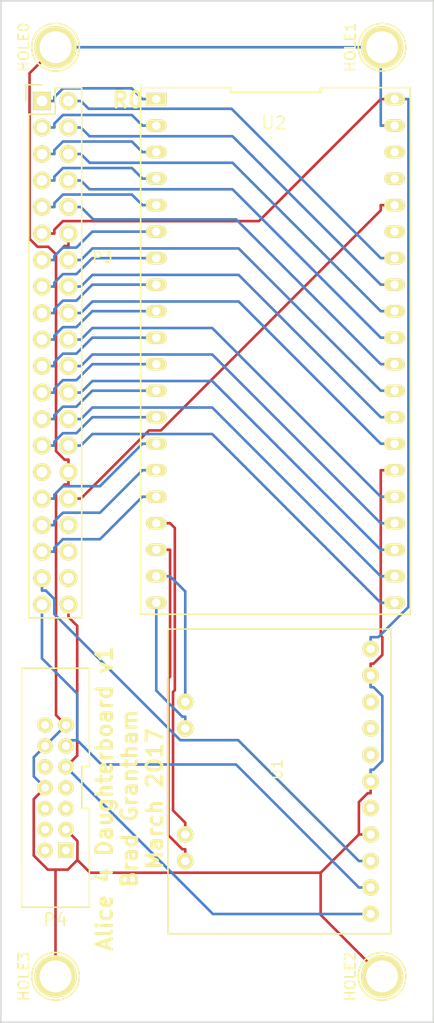
<source format=kicad_pcb>
(kicad_pcb (version 4) (host pcbnew 4.0.1-stable)

  (general
    (links 55)
    (no_connects 0)
    (area 131.674999 48.724999 173.325001 146.750001)
    (thickness 1.6)
    (drawings 6)
    (tracks 282)
    (zones 0)
    (modules 8)
    (nets 59)
  )

  (page A4)
  (layers
    (0 F.Cu signal)
    (31 B.Cu signal)
    (32 B.Adhes user)
    (33 F.Adhes user)
    (34 B.Paste user)
    (35 F.Paste user)
    (36 B.SilkS user)
    (37 F.SilkS user)
    (38 B.Mask user)
    (39 F.Mask user)
    (40 Dwgs.User user)
    (41 Cmts.User user)
    (42 Eco1.User user)
    (43 Eco2.User user)
    (44 Edge.Cuts user)
    (45 Margin user)
    (46 B.CrtYd user)
    (47 F.CrtYd user)
    (48 B.Fab user)
    (49 F.Fab user)
  )

  (setup
    (last_trace_width 0.25)
    (trace_clearance 0.2)
    (zone_clearance 0.508)
    (zone_45_only no)
    (trace_min 0.2)
    (segment_width 0.2)
    (edge_width 0.15)
    (via_size 0.6)
    (via_drill 0.4)
    (via_min_size 0.4)
    (via_min_drill 0.3)
    (uvia_size 0.3)
    (uvia_drill 0.1)
    (uvias_allowed no)
    (uvia_min_size 0.2)
    (uvia_min_drill 0.1)
    (pcb_text_width 0.3)
    (pcb_text_size 1.5 1.5)
    (mod_edge_width 0.15)
    (mod_text_size 1 1)
    (mod_text_width 0.15)
    (pad_size 4.064 4.064)
    (pad_drill 3.048)
    (pad_to_mask_clearance 0.2)
    (aux_axis_origin 0 0)
    (visible_elements FFFFFF7F)
    (pcbplotparams
      (layerselection 0x010f0_80000001)
      (usegerberextensions true)
      (excludeedgelayer true)
      (linewidth 0.100000)
      (plotframeref false)
      (viasonmask false)
      (mode 1)
      (useauxorigin false)
      (hpglpennumber 1)
      (hpglpenspeed 20)
      (hpglpendiameter 15)
      (hpglpenoverlay 2)
      (psnegative false)
      (psa4output false)
      (plotreference true)
      (plotvalue false)
      (plotinvisibletext false)
      (padsonsilk false)
      (subtractmaskfromsilk false)
      (outputformat 1)
      (mirror false)
      (drillshape 0)
      (scaleselection 1)
      (outputdirectory gerb/))
  )

  (net 0 "")
  (net 1 R0)
  (net 2 R1)
  (net 3 R2)
  (net 4 R3)
  (net 5 R4)
  (net 6 R5)
  (net 7 R6)
  (net 8 R7)
  (net 9 B0)
  (net 10 B1)
  (net 11 B2)
  (net 12 B3)
  (net 13 B4)
  (net 14 B5)
  (net 15 B6)
  (net 16 B7)
  (net 17 X+)
  (net 18 Y-)
  (net 19 X-)
  (net 20 Y+)
  (net 21 DISPLAY_ENABLE)
  (net 22 VSYNC)
  (net 23 HSYNC)
  (net 24 DISPLAY_ON)
  (net 25 LCD_CLK)
  (net 26 GND)
  (net 27 G7)
  (net 28 G6)
  (net 29 G5)
  (net 30 G4)
  (net 31 G3)
  (net 32 G2)
  (net 33 G1)
  (net 34 G0)
  (net 35 +5V)
  (net 36 "Net-(P3-Pad29)")
  (net 37 "Net-(P3-Pad34)")
  (net 38 "Net-(P3-Pad36)")
  (net 39 INT)
  (net 40 "Net-(P3-Pad38)")
  (net 41 SCL)
  (net 42 SDA)
  (net 43 "Net-(U1-Pad9)")
  (net 44 "Net-(U1-Pad12)")
  (net 45 "Net-(U1-Pad13)")
  (net 46 "Net-(U1-Pad11)")
  (net 47 "Net-(P4-Pad14)")
  (net 48 "Net-(P4-Pad1)")
  (net 49 "Net-(P4-Pad2)")
  (net 50 "Net-(P4-Pad4)")
  (net 51 "Net-(P4-Pad10)")
  (net 52 "Net-(P4-Pad5)")
  (net 53 "Net-(P4-Pad6)")
  (net 54 "Net-(P4-Pad7)")
  (net 55 BACKLIGHT_PWM)
  (net 56 "Net-(U2-Pad38)")
  (net 57 "Net-(U2-Pad37)")
  (net 58 "Net-(U2-Pad35)")

  (net_class Default "This is the default net class."
    (clearance 0.2)
    (trace_width 0.25)
    (via_dia 0.6)
    (via_drill 0.4)
    (uvia_dia 0.3)
    (uvia_drill 0.1)
    (add_net +5V)
    (add_net B0)
    (add_net B1)
    (add_net B2)
    (add_net B3)
    (add_net B4)
    (add_net B5)
    (add_net B6)
    (add_net B7)
    (add_net BACKLIGHT_PWM)
    (add_net DISPLAY_ENABLE)
    (add_net DISPLAY_ON)
    (add_net G0)
    (add_net G1)
    (add_net G2)
    (add_net G3)
    (add_net G4)
    (add_net G5)
    (add_net G6)
    (add_net G7)
    (add_net GND)
    (add_net HSYNC)
    (add_net INT)
    (add_net LCD_CLK)
    (add_net "Net-(P3-Pad29)")
    (add_net "Net-(P3-Pad34)")
    (add_net "Net-(P3-Pad36)")
    (add_net "Net-(P3-Pad38)")
    (add_net "Net-(P4-Pad1)")
    (add_net "Net-(P4-Pad10)")
    (add_net "Net-(P4-Pad14)")
    (add_net "Net-(P4-Pad2)")
    (add_net "Net-(P4-Pad4)")
    (add_net "Net-(P4-Pad5)")
    (add_net "Net-(P4-Pad6)")
    (add_net "Net-(P4-Pad7)")
    (add_net "Net-(U1-Pad11)")
    (add_net "Net-(U1-Pad12)")
    (add_net "Net-(U1-Pad13)")
    (add_net "Net-(U1-Pad9)")
    (add_net "Net-(U2-Pad35)")
    (add_net "Net-(U2-Pad37)")
    (add_net "Net-(U2-Pad38)")
    (add_net R0)
    (add_net R1)
    (add_net R2)
    (add_net R3)
    (add_net R4)
    (add_net R5)
    (add_net R6)
    (add_net R7)
    (add_net SCL)
    (add_net SDA)
    (add_net VSYNC)
    (add_net X+)
    (add_net X-)
    (add_net Y+)
    (add_net Y-)
  )

  (module Connect:1pin (layer F.Cu) (tedit 0) (tstamp 58BE244B)
    (at 168.325 142.275 90)
    (descr "module 1 pin (ou trou mecanique de percage)")
    (tags DEV)
    (fp_text reference HOLE2 (at 0 -3.048 90) (layer F.SilkS)
      (effects (font (size 1 1) (thickness 0.15)))
    )
    (fp_text value 1pin (at 0 2.794 90) (layer F.Fab)
      (effects (font (size 1 1) (thickness 0.15)))
    )
    (fp_circle (center 0 0) (end 0 -2.286) (layer F.SilkS) (width 0.15))
    (pad 1 thru_hole circle (at 0 0 90) (size 4.064 4.064) (drill 3.048) (layers *.Cu *.Mask F.SilkS)
      (net 26 GND))
  )

  (module Connect:1pin (layer F.Cu) (tedit 0) (tstamp 58BE2446)
    (at 137 142.275 90)
    (descr "module 1 pin (ou trou mecanique de percage)")
    (tags DEV)
    (fp_text reference HOLE3 (at 0 -3.048 90) (layer F.SilkS)
      (effects (font (size 1 1) (thickness 0.15)))
    )
    (fp_text value 1pin (at 0 2.794 90) (layer F.Fab)
      (effects (font (size 1 1) (thickness 0.15)))
    )
    (fp_circle (center 0 0) (end 0 -2.286) (layer F.SilkS) (width 0.15))
    (pad 1 thru_hole circle (at 0 0 90) (size 4.064 4.064) (drill 3.048) (layers *.Cu *.Mask F.SilkS)
      (net 26 GND))
  )

  (module Connect:1pin (layer F.Cu) (tedit 0) (tstamp 58BE242D)
    (at 168.325 53.25 90)
    (descr "module 1 pin (ou trou mecanique de percage)")
    (tags DEV)
    (fp_text reference HOLE1 (at 0 -3.048 90) (layer F.SilkS)
      (effects (font (size 1 1) (thickness 0.15)))
    )
    (fp_text value 1pin (at 0 2.794 90) (layer F.Fab)
      (effects (font (size 1 1) (thickness 0.15)))
    )
    (fp_circle (center 0 0) (end 0 -2.286) (layer F.SilkS) (width 0.15))
    (pad 1 thru_hole circle (at 0 0 90) (size 4.064 4.064) (drill 3.048) (layers *.Cu *.Mask F.SilkS)
      (net 26 GND))
  )

  (module DIP40:DIP-40_1_ELL (layer F.Cu) (tedit 58BC5D18) (tstamp 58BC5D12)
    (at 158.095 82.35 270)
    (path /58BC5CD8)
    (fp_text reference U2 (at -21.85 0.145 360) (layer F.SilkS)
      (effects (font (size 1.2 1.2) (thickness 0.15)))
    )
    (fp_text value LCDBREAKOUT (at 0 0 270) (layer F.Fab)
      (effects (font (size 1.2 1.2) (thickness 0.15)))
    )
    (fp_line (start -25.23 12.929999) (end 25.23 12.93) (layer F.SilkS) (width 0.15))
    (fp_line (start 25.23 12.93) (end 25.23 -12.929999) (layer F.SilkS) (width 0.15))
    (fp_line (start 25.23 -12.929999) (end -25.23 -12.93) (layer F.SilkS) (width 0.15))
    (fp_line (start -25.23 -12.93) (end -25.23 -4.31) (layer F.SilkS) (width 0.15))
    (fp_line (start -25.23 -4.31) (end -24.78 -4.31) (layer F.SilkS) (width 0.15))
    (fp_line (start -24.78 -4.31) (end -24.78 4.309999) (layer F.SilkS) (width 0.15))
    (fp_line (start -24.78 4.309999) (end -25.23 4.309999) (layer F.SilkS) (width 0.15))
    (fp_line (start -25.23 4.309999) (end -25.23 12.929999) (layer F.SilkS) (width 0.15))
    (pad 40 thru_hole oval (at -24.13 -11.43 270) (size 1.2 2) (drill 0.8) (layers *.Cu *.Mask F.SilkS)
      (net 35 +5V))
    (pad 1 thru_hole rect (at -24.13 11.43 270) (size 1.2 2) (drill 0.8) (layers *.Cu *.Mask F.SilkS)
      (net 1 R0))
    (pad 39 thru_hole oval (at -21.59 -11.43 270) (size 1.2 2) (drill 0.8) (layers *.Cu *.Mask F.SilkS)
      (net 26 GND))
    (pad 2 thru_hole oval (at -21.59 11.43 270) (size 1.2 2) (drill 0.8) (layers *.Cu *.Mask F.SilkS)
      (net 2 R1))
    (pad 38 thru_hole oval (at -19.05 -11.43 270) (size 1.2 2) (drill 0.8) (layers *.Cu *.Mask F.SilkS)
      (net 56 "Net-(U2-Pad38)"))
    (pad 3 thru_hole oval (at -19.05 11.43 270) (size 1.2 2) (drill 0.8) (layers *.Cu *.Mask F.SilkS)
      (net 3 R2))
    (pad 37 thru_hole oval (at -16.51 -11.43 270) (size 1.2 2) (drill 0.8) (layers *.Cu *.Mask F.SilkS)
      (net 57 "Net-(U2-Pad37)"))
    (pad 4 thru_hole oval (at -16.51 11.43 270) (size 1.2 2) (drill 0.8) (layers *.Cu *.Mask F.SilkS)
      (net 4 R3))
    (pad 36 thru_hole oval (at -13.97 -11.43 270) (size 1.2 2) (drill 0.8) (layers *.Cu *.Mask F.SilkS)
      (net 55 BACKLIGHT_PWM))
    (pad 5 thru_hole oval (at -13.97 11.43 270) (size 1.2 2) (drill 0.8) (layers *.Cu *.Mask F.SilkS)
      (net 5 R4))
    (pad 35 thru_hole oval (at -11.43 -11.43 270) (size 1.2 2) (drill 0.8) (layers *.Cu *.Mask F.SilkS)
      (net 58 "Net-(U2-Pad35)"))
    (pad 6 thru_hole oval (at -11.43 11.43 270) (size 1.2 2) (drill 0.8) (layers *.Cu *.Mask F.SilkS)
      (net 6 R5))
    (pad 34 thru_hole oval (at -8.89 -11.43 270) (size 1.2 2) (drill 0.8) (layers *.Cu *.Mask F.SilkS)
      (net 34 G0))
    (pad 7 thru_hole oval (at -8.89 11.43 270) (size 1.2 2) (drill 0.8) (layers *.Cu *.Mask F.SilkS)
      (net 7 R6))
    (pad 33 thru_hole oval (at -6.35 -11.43 270) (size 1.2 2) (drill 0.8) (layers *.Cu *.Mask F.SilkS)
      (net 33 G1))
    (pad 8 thru_hole oval (at -6.35 11.43 270) (size 1.2 2) (drill 0.8) (layers *.Cu *.Mask F.SilkS)
      (net 8 R7))
    (pad 32 thru_hole oval (at -3.81 -11.43 270) (size 1.2 2) (drill 0.8) (layers *.Cu *.Mask F.SilkS)
      (net 32 G2))
    (pad 9 thru_hole oval (at -3.81 11.43 270) (size 1.2 2) (drill 0.8) (layers *.Cu *.Mask F.SilkS)
      (net 9 B0))
    (pad 31 thru_hole oval (at -1.27 -11.43 270) (size 1.2 2) (drill 0.8) (layers *.Cu *.Mask F.SilkS)
      (net 31 G3))
    (pad 10 thru_hole oval (at -1.27 11.43 270) (size 1.2 2) (drill 0.8) (layers *.Cu *.Mask F.SilkS)
      (net 10 B1))
    (pad 30 thru_hole oval (at 1.27 -11.43 270) (size 1.2 2) (drill 0.8) (layers *.Cu *.Mask F.SilkS)
      (net 30 G4))
    (pad 11 thru_hole oval (at 1.27 11.43 270) (size 1.2 2) (drill 0.8) (layers *.Cu *.Mask F.SilkS)
      (net 11 B2))
    (pad 29 thru_hole oval (at 3.81 -11.43 270) (size 1.2 2) (drill 0.8) (layers *.Cu *.Mask F.SilkS)
      (net 29 G5))
    (pad 12 thru_hole oval (at 3.81 11.43 270) (size 1.2 2) (drill 0.8) (layers *.Cu *.Mask F.SilkS)
      (net 12 B3))
    (pad 28 thru_hole oval (at 6.35 -11.43 270) (size 1.2 2) (drill 0.8) (layers *.Cu *.Mask F.SilkS)
      (net 28 G6))
    (pad 13 thru_hole oval (at 6.35 11.43 270) (size 1.2 2) (drill 0.8) (layers *.Cu *.Mask F.SilkS)
      (net 13 B4))
    (pad 27 thru_hole oval (at 8.89 -11.43 270) (size 1.2 2) (drill 0.8) (layers *.Cu *.Mask F.SilkS)
      (net 27 G7))
    (pad 14 thru_hole oval (at 8.89 11.43 270) (size 1.2 2) (drill 0.8) (layers *.Cu *.Mask F.SilkS)
      (net 14 B5))
    (pad 26 thru_hole oval (at 11.43 -11.43 270) (size 1.2 2) (drill 0.8) (layers *.Cu *.Mask F.SilkS)
      (net 26 GND))
    (pad 15 thru_hole oval (at 11.43 11.43 270) (size 1.2 2) (drill 0.8) (layers *.Cu *.Mask F.SilkS)
      (net 15 B6))
    (pad 25 thru_hole oval (at 13.97 -11.43 270) (size 1.2 2) (drill 0.8) (layers *.Cu *.Mask F.SilkS)
      (net 25 LCD_CLK))
    (pad 16 thru_hole oval (at 13.97 11.43 270) (size 1.2 2) (drill 0.8) (layers *.Cu *.Mask F.SilkS)
      (net 16 B7))
    (pad 24 thru_hole oval (at 16.51 -11.43 270) (size 1.2 2) (drill 0.8) (layers *.Cu *.Mask F.SilkS)
      (net 24 DISPLAY_ON))
    (pad 17 thru_hole oval (at 16.51 11.43 270) (size 1.2 2) (drill 0.8) (layers *.Cu *.Mask F.SilkS)
      (net 19 X-))
    (pad 23 thru_hole oval (at 19.05 -11.43 270) (size 1.2 2) (drill 0.8) (layers *.Cu *.Mask F.SilkS)
      (net 23 HSYNC))
    (pad 18 thru_hole oval (at 19.05 11.43 270) (size 1.2 2) (drill 0.8) (layers *.Cu *.Mask F.SilkS)
      (net 18 Y-))
    (pad 22 thru_hole oval (at 21.59 -11.43 270) (size 1.2 2) (drill 0.8) (layers *.Cu *.Mask F.SilkS)
      (net 22 VSYNC))
    (pad 19 thru_hole oval (at 21.59 11.43 270) (size 1.2 2) (drill 0.8) (layers *.Cu *.Mask F.SilkS)
      (net 17 X+))
    (pad 21 thru_hole oval (at 24.13 -11.43 270) (size 1.2 2) (drill 0.8) (layers *.Cu *.Mask F.SilkS)
      (net 21 DISPLAY_ENABLE))
    (pad 20 thru_hole oval (at 24.13 11.43 270) (size 1.2 2) (drill 0.8) (layers *.Cu *.Mask F.SilkS)
      (net 20 Y+))
  )

  (module STMPE610:Adafruit_STMPE610 (layer F.Cu) (tedit 58BA1A44) (tstamp 58B93337)
    (at 149.445 108.36)
    (descr "Adafruit STMPE610 breakout")
    (tags "dil dip 2.54 400")
    (path /58B90B31)
    (fp_text reference U1 (at 8.82 14.09 90) (layer F.SilkS)
      (effects (font (size 1 1) (thickness 0.15)))
    )
    (fp_text value touchscreen_controller (at 10.37 14.87 90) (layer F.Fab)
      (effects (font (size 1 1) (thickness 0.15)))
    )
    (fp_line (start -1.66 0.64) (end 19.73 0.64) (layer F.SilkS) (width 0.15))
    (fp_line (start -1.66 29.84) (end -1.66 0.64) (layer F.SilkS) (width 0.15))
    (fp_line (start 19.73 29.84) (end -1.66 29.84) (layer F.SilkS) (width 0.15))
    (fp_line (start 19.73 0.64) (end 19.73 29.84) (layer F.SilkS) (width 0.15))
    (pad 1 thru_hole oval (at 0 7.62) (size 1.6 1.6) (drill 0.8) (layers *.Cu *.Mask F.SilkS)
      (net 17 X+))
    (pad 2 thru_hole oval (at 0 10.16) (size 1.6 1.6) (drill 0.8) (layers *.Cu *.Mask F.SilkS)
      (net 20 Y+))
    (pad 3 thru_hole oval (at 0 20.32) (size 1.6 1.6) (drill 0.8) (layers *.Cu *.Mask F.SilkS)
      (net 19 X-))
    (pad 4 thru_hole oval (at 0 22.86) (size 1.6 1.6) (drill 0.8) (layers *.Cu *.Mask F.SilkS)
      (net 18 Y-))
    (pad 5 thru_hole oval (at 17.78 27.94) (size 1.6 1.6) (drill 0.8) (layers *.Cu *.Mask F.SilkS)
      (net 42 SDA))
    (pad 6 thru_hole oval (at 17.78 25.4) (size 1.6 1.6) (drill 0.8) (layers *.Cu *.Mask F.SilkS)
      (net 41 SCL))
    (pad 7 thru_hole oval (at 17.78 22.86) (size 1.6 1.6) (drill 0.8) (layers *.Cu *.Mask F.SilkS)
      (net 39 INT))
    (pad 8 thru_hole oval (at 17.78 20.32) (size 1.6 1.6) (drill 0.8) (layers *.Cu *.Mask F.SilkS)
      (net 26 GND))
    (pad 9 thru_hole oval (at 17.78 17.78) (size 1.6 1.6) (drill 0.8) (layers *.Cu *.Mask F.SilkS)
      (net 43 "Net-(U1-Pad9)"))
    (pad 10 thru_hole oval (at 17.78 15.24) (size 1.6 1.6) (drill 0.8) (layers *.Cu *.Mask F.SilkS)
      (net 26 GND))
    (pad 11 thru_hole oval (at 17.78 12.7) (size 1.6 1.6) (drill 0.8) (layers *.Cu *.Mask F.SilkS)
      (net 46 "Net-(U1-Pad11)"))
    (pad 12 thru_hole oval (at 17.78 10.16) (size 1.6 1.6) (drill 0.8) (layers *.Cu *.Mask F.SilkS)
      (net 44 "Net-(U1-Pad12)"))
    (pad 13 thru_hole oval (at 17.78 7.62) (size 1.6 1.6) (drill 0.8) (layers *.Cu *.Mask F.SilkS)
      (net 45 "Net-(U1-Pad13)"))
    (pad 14 thru_hole oval (at 17.78 5.08) (size 1.6 1.6) (drill 0.8) (layers *.Cu *.Mask F.SilkS)
      (net 26 GND))
    (pad 15 thru_hole oval (at 17.78 2.54) (size 1.6 1.6) (drill 0.8) (layers *.Cu *.Mask F.SilkS)
      (net 35 +5V))
    (model Housings_DIP.3dshapes/DIP-22_W10.16mm.wrl
      (at (xyz 0 0 0))
      (scale (xyz 1 1 1))
      (rotate (xyz 0 0 0))
    )
  )

  (module Pin_Headers:Pin_Header_Straight_2x20 (layer F.Cu) (tedit 0) (tstamp 58B93325)
    (at 135.7 58.4)
    (descr "Through hole pin header")
    (tags "pin header")
    (path /58B8FF25)
    (fp_text reference P3 (at 5.8 14.975) (layer F.SilkS)
      (effects (font (size 1 1) (thickness 0.15)))
    )
    (fp_text value CONN_02X20 (at 6 24.675 90) (layer F.Fab)
      (effects (font (size 1 1) (thickness 0.15)))
    )
    (fp_line (start -1.75 -1.75) (end -1.75 50.05) (layer F.CrtYd) (width 0.05))
    (fp_line (start 4.3 -1.75) (end 4.3 50.05) (layer F.CrtYd) (width 0.05))
    (fp_line (start -1.75 -1.75) (end 4.3 -1.75) (layer F.CrtYd) (width 0.05))
    (fp_line (start -1.75 50.05) (end 4.3 50.05) (layer F.CrtYd) (width 0.05))
    (fp_line (start 3.81 49.53) (end 3.81 -1.27) (layer F.SilkS) (width 0.15))
    (fp_line (start -1.27 1.27) (end -1.27 49.53) (layer F.SilkS) (width 0.15))
    (fp_line (start 3.81 49.53) (end -1.27 49.53) (layer F.SilkS) (width 0.15))
    (fp_line (start 3.81 -1.27) (end 1.27 -1.27) (layer F.SilkS) (width 0.15))
    (fp_line (start 0 -1.55) (end -1.55 -1.55) (layer F.SilkS) (width 0.15))
    (fp_line (start 1.27 -1.27) (end 1.27 1.27) (layer F.SilkS) (width 0.15))
    (fp_line (start 1.27 1.27) (end -1.27 1.27) (layer F.SilkS) (width 0.15))
    (fp_line (start -1.55 -1.55) (end -1.55 0) (layer F.SilkS) (width 0.15))
    (pad 1 thru_hole rect (at 0 0) (size 1.7272 1.7272) (drill 1.016) (layers *.Cu *.Mask F.SilkS)
      (net 1 R0))
    (pad 2 thru_hole oval (at 2.54 0) (size 1.7272 1.7272) (drill 1.016) (layers *.Cu *.Mask F.SilkS)
      (net 34 G0))
    (pad 3 thru_hole oval (at 0 2.54) (size 1.7272 1.7272) (drill 1.016) (layers *.Cu *.Mask F.SilkS)
      (net 2 R1))
    (pad 4 thru_hole oval (at 2.54 2.54) (size 1.7272 1.7272) (drill 1.016) (layers *.Cu *.Mask F.SilkS)
      (net 33 G1))
    (pad 5 thru_hole oval (at 0 5.08) (size 1.7272 1.7272) (drill 1.016) (layers *.Cu *.Mask F.SilkS)
      (net 3 R2))
    (pad 6 thru_hole oval (at 2.54 5.08) (size 1.7272 1.7272) (drill 1.016) (layers *.Cu *.Mask F.SilkS)
      (net 32 G2))
    (pad 7 thru_hole oval (at 0 7.62) (size 1.7272 1.7272) (drill 1.016) (layers *.Cu *.Mask F.SilkS)
      (net 4 R3))
    (pad 8 thru_hole oval (at 2.54 7.62) (size 1.7272 1.7272) (drill 1.016) (layers *.Cu *.Mask F.SilkS)
      (net 31 G3))
    (pad 9 thru_hole oval (at 0 10.16) (size 1.7272 1.7272) (drill 1.016) (layers *.Cu *.Mask F.SilkS)
      (net 5 R4))
    (pad 10 thru_hole oval (at 2.54 10.16) (size 1.7272 1.7272) (drill 1.016) (layers *.Cu *.Mask F.SilkS)
      (net 30 G4))
    (pad 11 thru_hole oval (at 0 12.7) (size 1.7272 1.7272) (drill 1.016) (layers *.Cu *.Mask F.SilkS)
      (net 35 +5V))
    (pad 12 thru_hole oval (at 2.54 12.7) (size 1.7272 1.7272) (drill 1.016) (layers *.Cu *.Mask F.SilkS)
      (net 26 GND))
    (pad 13 thru_hole oval (at 0 15.24) (size 1.7272 1.7272) (drill 1.016) (layers *.Cu *.Mask F.SilkS)
      (net 6 R5))
    (pad 14 thru_hole oval (at 2.54 15.24) (size 1.7272 1.7272) (drill 1.016) (layers *.Cu *.Mask F.SilkS)
      (net 29 G5))
    (pad 15 thru_hole oval (at 0 17.78) (size 1.7272 1.7272) (drill 1.016) (layers *.Cu *.Mask F.SilkS)
      (net 7 R6))
    (pad 16 thru_hole oval (at 2.54 17.78) (size 1.7272 1.7272) (drill 1.016) (layers *.Cu *.Mask F.SilkS)
      (net 28 G6))
    (pad 17 thru_hole oval (at 0 20.32) (size 1.7272 1.7272) (drill 1.016) (layers *.Cu *.Mask F.SilkS)
      (net 8 R7))
    (pad 18 thru_hole oval (at 2.54 20.32) (size 1.7272 1.7272) (drill 1.016) (layers *.Cu *.Mask F.SilkS)
      (net 27 G7))
    (pad 19 thru_hole oval (at 0 22.86) (size 1.7272 1.7272) (drill 1.016) (layers *.Cu *.Mask F.SilkS)
      (net 9 B0))
    (pad 20 thru_hole oval (at 2.54 22.86) (size 1.7272 1.7272) (drill 1.016) (layers *.Cu *.Mask F.SilkS)
      (net 25 LCD_CLK))
    (pad 21 thru_hole oval (at 0 25.4) (size 1.7272 1.7272) (drill 1.016) (layers *.Cu *.Mask F.SilkS)
      (net 10 B1))
    (pad 22 thru_hole oval (at 2.54 25.4) (size 1.7272 1.7272) (drill 1.016) (layers *.Cu *.Mask F.SilkS)
      (net 24 DISPLAY_ON))
    (pad 23 thru_hole oval (at 0 27.94) (size 1.7272 1.7272) (drill 1.016) (layers *.Cu *.Mask F.SilkS)
      (net 11 B2))
    (pad 24 thru_hole oval (at 2.54 27.94) (size 1.7272 1.7272) (drill 1.016) (layers *.Cu *.Mask F.SilkS)
      (net 23 HSYNC))
    (pad 25 thru_hole oval (at 0 30.48) (size 1.7272 1.7272) (drill 1.016) (layers *.Cu *.Mask F.SilkS)
      (net 12 B3))
    (pad 26 thru_hole oval (at 2.54 30.48) (size 1.7272 1.7272) (drill 1.016) (layers *.Cu *.Mask F.SilkS)
      (net 22 VSYNC))
    (pad 27 thru_hole oval (at 0 33.02) (size 1.7272 1.7272) (drill 1.016) (layers *.Cu *.Mask F.SilkS)
      (net 13 B4))
    (pad 28 thru_hole oval (at 2.54 33.02) (size 1.7272 1.7272) (drill 1.016) (layers *.Cu *.Mask F.SilkS)
      (net 21 DISPLAY_ENABLE))
    (pad 29 thru_hole oval (at 0 35.56) (size 1.7272 1.7272) (drill 1.016) (layers *.Cu *.Mask F.SilkS)
      (net 36 "Net-(P3-Pad29)"))
    (pad 30 thru_hole oval (at 2.54 35.56) (size 1.7272 1.7272) (drill 1.016) (layers *.Cu *.Mask F.SilkS)
      (net 26 GND))
    (pad 31 thru_hole oval (at 0 38.1) (size 1.7272 1.7272) (drill 1.016) (layers *.Cu *.Mask F.SilkS)
      (net 14 B5))
    (pad 32 thru_hole oval (at 2.54 38.1) (size 1.7272 1.7272) (drill 1.016) (layers *.Cu *.Mask F.SilkS)
      (net 55 BACKLIGHT_PWM))
    (pad 33 thru_hole oval (at 0 40.64) (size 1.7272 1.7272) (drill 1.016) (layers *.Cu *.Mask F.SilkS)
      (net 15 B6))
    (pad 34 thru_hole oval (at 2.54 40.64) (size 1.7272 1.7272) (drill 1.016) (layers *.Cu *.Mask F.SilkS)
      (net 37 "Net-(P3-Pad34)"))
    (pad 35 thru_hole oval (at 0 43.18) (size 1.7272 1.7272) (drill 1.016) (layers *.Cu *.Mask F.SilkS)
      (net 16 B7))
    (pad 36 thru_hole oval (at 2.54 43.18) (size 1.7272 1.7272) (drill 1.016) (layers *.Cu *.Mask F.SilkS)
      (net 38 "Net-(P3-Pad36)"))
    (pad 37 thru_hole oval (at 0 45.72) (size 1.7272 1.7272) (drill 1.016) (layers *.Cu *.Mask F.SilkS)
      (net 39 INT))
    (pad 38 thru_hole oval (at 2.54 45.72) (size 1.7272 1.7272) (drill 1.016) (layers *.Cu *.Mask F.SilkS)
      (net 40 "Net-(P3-Pad38)"))
    (pad 39 thru_hole oval (at 0 48.26) (size 1.7272 1.7272) (drill 1.016) (layers *.Cu *.Mask F.SilkS)
      (net 41 SCL))
    (pad 40 thru_hole oval (at 2.54 48.26) (size 1.7272 1.7272) (drill 1.016) (layers *.Cu *.Mask F.SilkS)
      (net 42 SDA))
    (model Pin_Headers.3dshapes/Pin_Header_Straight_2x20.wrl
      (at (xyz 0.05 -0.95 0))
      (scale (xyz 1 1 1))
      (rotate (xyz 0 0 90))
    )
  )

  (module DIH_2x7x2mm:DIH_2x7x2mm (layer F.Cu) (tedit 58BB32D1) (tstamp 58BB2FE1)
    (at 137 124.2 90)
    (path /58BB0FDB)
    (fp_text reference P4 (at -12.65 0 180) (layer F.SilkS)
      (effects (font (size 1.2 1.2) (thickness 0.15)))
    )
    (fp_text value CONN_02X07 (at 0 0 90) (layer F.Fab)
      (effects (font (size 1.2 1.2) (thickness 0.15)))
    )
    (fp_line (start 2.03 2.52) (end 2.03 3.25) (layer F.SilkS) (width 0.15))
    (fp_line (start -1.99 2.52) (end 2.03 2.52) (layer F.SilkS) (width 0.15))
    (fp_line (start -1.99 3.250068) (end -1.99 2.52) (layer F.SilkS) (width 0.15))
    (fp_line (start -11.45 3.249999) (end -1.99 3.249999) (layer F.SilkS) (width 0.15))
    (fp_line (start 11.45 3.25) (end 11.45 -3.249999) (layer F.SilkS) (width 0.15))
    (fp_line (start 11.45 -3.249999) (end -11.45 -3.25) (layer F.SilkS) (width 0.15))
    (fp_line (start -11.45 -3.25) (end -11.45 3.25) (layer F.SilkS) (width 0.15))
    (fp_line (start 2.03 3.25) (end 11.45 3.25) (layer F.SilkS) (width 0.15))
    (pad 1 thru_hole rect (at -6 1 90) (size 1.5 1.5) (drill 0.75) (layers *.Cu *.Mask F.SilkS)
      (net 48 "Net-(P4-Pad1)"))
    (pad 3 thru_hole circle (at -4 1 90) (size 1.5 1.5) (drill 0.75) (layers *.Cu *.Mask F.SilkS)
      (net 26 GND))
    (pad 5 thru_hole circle (at -2 1 90) (size 1.5 1.5) (drill 0.75) (layers *.Cu *.Mask F.SilkS)
      (net 52 "Net-(P4-Pad5)"))
    (pad 7 thru_hole circle (at 0 1 90) (size 1.5 1.5) (drill 0.75) (layers *.Cu *.Mask F.SilkS)
      (net 54 "Net-(P4-Pad7)"))
    (pad 9 thru_hole circle (at 2 1 90) (size 1.5 1.5) (drill 0.75) (layers *.Cu *.Mask F.SilkS)
      (net 42 SDA))
    (pad 11 thru_hole circle (at 4 1 90) (size 1.5 1.5) (drill 0.75) (layers *.Cu *.Mask F.SilkS)
      (net 41 SCL))
    (pad 13 thru_hole circle (at 6 1 90) (size 1.5 1.5) (drill 0.75) (layers *.Cu *.Mask F.SilkS)
      (net 26 GND))
    (pad 14 thru_hole circle (at 6 -1 90) (size 1.5 1.5) (drill 0.75) (layers *.Cu *.Mask F.SilkS)
      (net 47 "Net-(P4-Pad14)"))
    (pad 12 thru_hole circle (at 4 -1 90) (size 1.5 1.5) (drill 0.75) (layers *.Cu *.Mask F.SilkS)
      (net 26 GND))
    (pad 10 thru_hole circle (at 2 -1 90) (size 1.5 1.5) (drill 0.75) (layers *.Cu *.Mask F.SilkS)
      (net 51 "Net-(P4-Pad10)"))
    (pad 8 thru_hole circle (at 0 -1 90) (size 1.5 1.5) (drill 0.75) (layers *.Cu *.Mask F.SilkS)
      (net 26 GND))
    (pad 6 thru_hole circle (at -2 -1 90) (size 1.5 1.5) (drill 0.75) (layers *.Cu *.Mask F.SilkS)
      (net 53 "Net-(P4-Pad6)"))
    (pad 4 thru_hole circle (at -4 -1 90) (size 1.5 1.5) (drill 0.75) (layers *.Cu *.Mask F.SilkS)
      (net 50 "Net-(P4-Pad4)"))
    (pad 2 thru_hole circle (at -6 -1 90) (size 1.5 1.5) (drill 0.75) (layers *.Cu *.Mask F.SilkS)
      (net 49 "Net-(P4-Pad2)"))
  )

  (module Connect:1pin (layer F.Cu) (tedit 58BC672B) (tstamp 58BE242B)
    (at 137 53.25 90)
    (descr "module 1 pin (ou trou mecanique de percage)")
    (tags DEV)
    (fp_text reference HOLE0 (at 0 -3.048 90) (layer F.SilkS)
      (effects (font (size 1 1) (thickness 0.15)))
    )
    (fp_text value 1pin (at 0 2.794 90) (layer F.Fab)
      (effects (font (size 1 1) (thickness 0.15)))
    )
    (fp_circle (center 0 0) (end 0 -2.286) (layer F.SilkS) (width 0.15))
    (pad 1 thru_hole circle (at 0 0 90) (size 4.064 4.064) (drill 3.048) (layers *.Cu *.Mask F.SilkS)
      (net 26 GND))
  )

  (gr_line (start 131.75 146.675) (end 131.75 48.8) (layer Edge.Cuts) (width 0.15))
  (gr_line (start 173.25 146.675) (end 131.75 146.675) (layer Edge.Cuts) (width 0.15))
  (gr_line (start 173.25 48.8) (end 173.25 146.675) (layer Edge.Cuts) (width 0.15))
  (gr_line (start 131.75 48.8) (end 173.25 48.8) (layer Edge.Cuts) (width 0.15))
  (gr_text "R0\n" (at 143.925 58.3) (layer F.SilkS)
    (effects (font (size 1.5 1.5) (thickness 0.3)))
  )
  (gr_text "Alice 4 Daughterboard v1\nBrad Grantham\nMarch 2017" (at 144.1 125.25 90) (layer F.SilkS)
    (effects (font (size 1.5 1.5) (thickness 0.3)))
  )

  (segment (start 135.7 58.4) (end 136.8889 58.4) (width 0.25) (layer B.Cu) (net 1))
  (segment (start 146.665 58.22) (end 145.3397 58.22) (width 0.25) (layer B.Cu) (net 1))
  (segment (start 144.3067 57.187) (end 145.3397 58.22) (width 0.25) (layer B.Cu) (net 1))
  (segment (start 137.7304 57.187) (end 144.3067 57.187) (width 0.25) (layer B.Cu) (net 1))
  (segment (start 136.8889 58.0285) (end 137.7304 57.187) (width 0.25) (layer B.Cu) (net 1))
  (segment (start 136.8889 58.4) (end 136.8889 58.0285) (width 0.25) (layer B.Cu) (net 1))
  (segment (start 144.3211 59.7414) (end 145.3397 60.76) (width 0.25) (layer B.Cu) (net 2))
  (segment (start 137.716 59.7414) (end 144.3211 59.7414) (width 0.25) (layer B.Cu) (net 2))
  (segment (start 136.8889 60.5685) (end 137.716 59.7414) (width 0.25) (layer B.Cu) (net 2))
  (segment (start 136.8889 60.94) (end 136.8889 60.5685) (width 0.25) (layer B.Cu) (net 2))
  (segment (start 135.7 60.94) (end 136.8889 60.94) (width 0.25) (layer B.Cu) (net 2))
  (segment (start 146.665 60.76) (end 145.3397 60.76) (width 0.25) (layer B.Cu) (net 2))
  (segment (start 144.3257 62.286) (end 145.3397 63.3) (width 0.25) (layer B.Cu) (net 3))
  (segment (start 137.7114 62.286) (end 144.3257 62.286) (width 0.25) (layer B.Cu) (net 3))
  (segment (start 136.8889 63.1085) (end 137.7114 62.286) (width 0.25) (layer B.Cu) (net 3))
  (segment (start 136.8889 63.48) (end 136.8889 63.1085) (width 0.25) (layer B.Cu) (net 3))
  (segment (start 135.7 63.48) (end 136.8889 63.48) (width 0.25) (layer B.Cu) (net 3))
  (segment (start 146.665 63.3) (end 145.3397 63.3) (width 0.25) (layer B.Cu) (net 3))
  (segment (start 144.3257 64.826) (end 145.3397 65.84) (width 0.25) (layer B.Cu) (net 4))
  (segment (start 137.7114 64.826) (end 144.3257 64.826) (width 0.25) (layer B.Cu) (net 4))
  (segment (start 136.8889 65.6485) (end 137.7114 64.826) (width 0.25) (layer B.Cu) (net 4))
  (segment (start 136.8889 66.02) (end 136.8889 65.6485) (width 0.25) (layer B.Cu) (net 4))
  (segment (start 135.7 66.02) (end 136.8889 66.02) (width 0.25) (layer B.Cu) (net 4))
  (segment (start 146.665 65.84) (end 145.3397 65.84) (width 0.25) (layer B.Cu) (net 4))
  (segment (start 144.3257 67.366) (end 145.3397 68.38) (width 0.25) (layer B.Cu) (net 5))
  (segment (start 137.7114 67.366) (end 144.3257 67.366) (width 0.25) (layer B.Cu) (net 5))
  (segment (start 136.8889 68.1885) (end 137.7114 67.366) (width 0.25) (layer B.Cu) (net 5))
  (segment (start 136.8889 68.56) (end 136.8889 68.1885) (width 0.25) (layer B.Cu) (net 5))
  (segment (start 135.7 68.56) (end 136.8889 68.56) (width 0.25) (layer B.Cu) (net 5))
  (segment (start 146.665 68.38) (end 145.3397 68.38) (width 0.25) (layer B.Cu) (net 5))
  (segment (start 140.5313 70.92) (end 146.665 70.92) (width 0.25) (layer B.Cu) (net 6))
  (segment (start 139.0002 72.4511) (end 140.5313 70.92) (width 0.25) (layer B.Cu) (net 6))
  (segment (start 137.7062 72.4511) (end 139.0002 72.4511) (width 0.25) (layer B.Cu) (net 6))
  (segment (start 136.8889 73.2684) (end 137.7062 72.4511) (width 0.25) (layer B.Cu) (net 6))
  (segment (start 136.8889 73.64) (end 136.8889 73.2684) (width 0.25) (layer B.Cu) (net 6))
  (segment (start 135.7 73.64) (end 136.8889 73.64) (width 0.25) (layer B.Cu) (net 6))
  (segment (start 140.5313 73.46) (end 146.665 73.46) (width 0.25) (layer B.Cu) (net 7))
  (segment (start 139.0002 74.9911) (end 140.5313 73.46) (width 0.25) (layer B.Cu) (net 7))
  (segment (start 137.7062 74.9911) (end 139.0002 74.9911) (width 0.25) (layer B.Cu) (net 7))
  (segment (start 136.8889 75.8084) (end 137.7062 74.9911) (width 0.25) (layer B.Cu) (net 7))
  (segment (start 136.8889 76.18) (end 136.8889 75.8084) (width 0.25) (layer B.Cu) (net 7))
  (segment (start 135.7 76.18) (end 136.8889 76.18) (width 0.25) (layer B.Cu) (net 7))
  (segment (start 140.5313 76) (end 146.665 76) (width 0.25) (layer B.Cu) (net 8))
  (segment (start 139.0002 77.5311) (end 140.5313 76) (width 0.25) (layer B.Cu) (net 8))
  (segment (start 137.7062 77.5311) (end 139.0002 77.5311) (width 0.25) (layer B.Cu) (net 8))
  (segment (start 136.8889 78.3484) (end 137.7062 77.5311) (width 0.25) (layer B.Cu) (net 8))
  (segment (start 136.8889 78.72) (end 136.8889 78.3484) (width 0.25) (layer B.Cu) (net 8))
  (segment (start 135.7 78.72) (end 136.8889 78.72) (width 0.25) (layer B.Cu) (net 8))
  (segment (start 140.5313 78.54) (end 146.665 78.54) (width 0.25) (layer B.Cu) (net 9))
  (segment (start 139.0002 80.0711) (end 140.5313 78.54) (width 0.25) (layer B.Cu) (net 9))
  (segment (start 137.7062 80.0711) (end 139.0002 80.0711) (width 0.25) (layer B.Cu) (net 9))
  (segment (start 136.8889 80.8884) (end 137.7062 80.0711) (width 0.25) (layer B.Cu) (net 9))
  (segment (start 136.8889 81.26) (end 136.8889 80.8884) (width 0.25) (layer B.Cu) (net 9))
  (segment (start 135.7 81.26) (end 136.8889 81.26) (width 0.25) (layer B.Cu) (net 9))
  (segment (start 140.5313 81.08) (end 146.665 81.08) (width 0.25) (layer B.Cu) (net 10))
  (segment (start 139.0002 82.6111) (end 140.5313 81.08) (width 0.25) (layer B.Cu) (net 10))
  (segment (start 137.7062 82.6111) (end 139.0002 82.6111) (width 0.25) (layer B.Cu) (net 10))
  (segment (start 136.8889 83.4284) (end 137.7062 82.6111) (width 0.25) (layer B.Cu) (net 10))
  (segment (start 136.8889 83.8) (end 136.8889 83.4284) (width 0.25) (layer B.Cu) (net 10))
  (segment (start 135.7 83.8) (end 136.8889 83.8) (width 0.25) (layer B.Cu) (net 10))
  (segment (start 140.5313 83.62) (end 146.665 83.62) (width 0.25) (layer B.Cu) (net 11))
  (segment (start 139.0002 85.1511) (end 140.5313 83.62) (width 0.25) (layer B.Cu) (net 11))
  (segment (start 137.7062 85.1511) (end 139.0002 85.1511) (width 0.25) (layer B.Cu) (net 11))
  (segment (start 136.8889 85.9684) (end 137.7062 85.1511) (width 0.25) (layer B.Cu) (net 11))
  (segment (start 136.8889 86.34) (end 136.8889 85.9684) (width 0.25) (layer B.Cu) (net 11))
  (segment (start 135.7 86.34) (end 136.8889 86.34) (width 0.25) (layer B.Cu) (net 11))
  (segment (start 140.5313 86.16) (end 146.665 86.16) (width 0.25) (layer B.Cu) (net 12))
  (segment (start 139.0002 87.6911) (end 140.5313 86.16) (width 0.25) (layer B.Cu) (net 12))
  (segment (start 137.7062 87.6911) (end 139.0002 87.6911) (width 0.25) (layer B.Cu) (net 12))
  (segment (start 136.8889 88.5084) (end 137.7062 87.6911) (width 0.25) (layer B.Cu) (net 12))
  (segment (start 136.8889 88.88) (end 136.8889 88.5084) (width 0.25) (layer B.Cu) (net 12))
  (segment (start 135.7 88.88) (end 136.8889 88.88) (width 0.25) (layer B.Cu) (net 12))
  (segment (start 140.5313 88.7) (end 146.665 88.7) (width 0.25) (layer B.Cu) (net 13))
  (segment (start 139.0002 90.2311) (end 140.5313 88.7) (width 0.25) (layer B.Cu) (net 13))
  (segment (start 137.7062 90.2311) (end 139.0002 90.2311) (width 0.25) (layer B.Cu) (net 13))
  (segment (start 136.8889 91.0484) (end 137.7062 90.2311) (width 0.25) (layer B.Cu) (net 13))
  (segment (start 136.8889 91.42) (end 136.8889 91.0484) (width 0.25) (layer B.Cu) (net 13))
  (segment (start 135.7 91.42) (end 136.8889 91.42) (width 0.25) (layer B.Cu) (net 13))
  (segment (start 141.2686 95.3111) (end 145.3397 91.24) (width 0.25) (layer B.Cu) (net 14))
  (segment (start 137.7062 95.3111) (end 141.2686 95.3111) (width 0.25) (layer B.Cu) (net 14))
  (segment (start 136.8889 96.1284) (end 137.7062 95.3111) (width 0.25) (layer B.Cu) (net 14))
  (segment (start 136.8889 96.5) (end 136.8889 96.1284) (width 0.25) (layer B.Cu) (net 14))
  (segment (start 135.7 96.5) (end 136.8889 96.5) (width 0.25) (layer B.Cu) (net 14))
  (segment (start 146.665 91.24) (end 145.3397 91.24) (width 0.25) (layer B.Cu) (net 14))
  (segment (start 141.2686 97.8511) (end 145.3397 93.78) (width 0.25) (layer B.Cu) (net 15))
  (segment (start 137.7062 97.8511) (end 141.2686 97.8511) (width 0.25) (layer B.Cu) (net 15))
  (segment (start 136.8889 98.6684) (end 137.7062 97.8511) (width 0.25) (layer B.Cu) (net 15))
  (segment (start 136.8889 99.04) (end 136.8889 98.6684) (width 0.25) (layer B.Cu) (net 15))
  (segment (start 135.7 99.04) (end 136.8889 99.04) (width 0.25) (layer B.Cu) (net 15))
  (segment (start 146.665 93.78) (end 145.3397 93.78) (width 0.25) (layer B.Cu) (net 15))
  (segment (start 141.2686 100.3911) (end 145.3397 96.32) (width 0.25) (layer B.Cu) (net 16))
  (segment (start 137.7062 100.3911) (end 141.2686 100.3911) (width 0.25) (layer B.Cu) (net 16))
  (segment (start 136.8889 101.2084) (end 137.7062 100.3911) (width 0.25) (layer B.Cu) (net 16))
  (segment (start 136.8889 101.58) (end 136.8889 101.2084) (width 0.25) (layer B.Cu) (net 16))
  (segment (start 135.7 101.58) (end 136.8889 101.58) (width 0.25) (layer B.Cu) (net 16))
  (segment (start 146.665 96.32) (end 145.3397 96.32) (width 0.25) (layer B.Cu) (net 16))
  (segment (start 149.445 105.3947) (end 147.9903 103.94) (width 0.25) (layer B.Cu) (net 17))
  (segment (start 149.445 115.98) (end 149.445 105.3947) (width 0.25) (layer B.Cu) (net 17))
  (segment (start 146.665 103.94) (end 147.9903 103.94) (width 0.25) (layer B.Cu) (net 17))
  (segment (start 147.9903 113.5603) (end 147.9903 101.4) (width 0.25) (layer F.Cu) (net 18))
  (segment (start 147.8213 113.7293) (end 147.9903 113.5603) (width 0.25) (layer F.Cu) (net 18))
  (segment (start 147.8213 128.7523) (end 147.8213 113.7293) (width 0.25) (layer F.Cu) (net 18))
  (segment (start 149.1637 130.0947) (end 147.8213 128.7523) (width 0.25) (layer F.Cu) (net 18))
  (segment (start 149.445 130.0947) (end 149.1637 130.0947) (width 0.25) (layer F.Cu) (net 18))
  (segment (start 149.445 131.22) (end 149.445 130.0947) (width 0.25) (layer F.Cu) (net 18))
  (segment (start 146.665 101.4) (end 147.9903 101.4) (width 0.25) (layer F.Cu) (net 18))
  (segment (start 148.4444 99.3141) (end 147.9903 98.86) (width 0.25) (layer F.Cu) (net 19))
  (segment (start 148.4444 114.8509) (end 148.4444 99.3141) (width 0.25) (layer F.Cu) (net 19))
  (segment (start 148.2717 115.0236) (end 148.4444 114.8509) (width 0.25) (layer F.Cu) (net 19))
  (segment (start 148.2717 126.3814) (end 148.2717 115.0236) (width 0.25) (layer F.Cu) (net 19))
  (segment (start 149.445 127.5547) (end 148.2717 126.3814) (width 0.25) (layer F.Cu) (net 19))
  (segment (start 149.445 128.68) (end 149.445 127.5547) (width 0.25) (layer F.Cu) (net 19))
  (segment (start 146.665 98.86) (end 147.9903 98.86) (width 0.25) (layer F.Cu) (net 19))
  (segment (start 146.665 114.896) (end 146.665 106.48) (width 0.25) (layer B.Cu) (net 20))
  (segment (start 149.1637 117.3947) (end 146.665 114.896) (width 0.25) (layer B.Cu) (net 20))
  (segment (start 149.445 117.3947) (end 149.1637 117.3947) (width 0.25) (layer B.Cu) (net 20))
  (segment (start 149.445 118.52) (end 149.445 117.3947) (width 0.25) (layer B.Cu) (net 20))
  (segment (start 138.24 91.42) (end 139.4289 91.42) (width 0.25) (layer B.Cu) (net 21))
  (segment (start 169.525 106.48) (end 168.1997 106.48) (width 0.25) (layer B.Cu) (net 21))
  (segment (start 152.0287 90.309) (end 168.1997 106.48) (width 0.25) (layer B.Cu) (net 21))
  (segment (start 140.5399 90.309) (end 152.0287 90.309) (width 0.25) (layer B.Cu) (net 21))
  (segment (start 139.4289 91.42) (end 140.5399 90.309) (width 0.25) (layer B.Cu) (net 21))
  (segment (start 152.0315 87.7718) (end 168.1997 103.94) (width 0.25) (layer B.Cu) (net 22))
  (segment (start 140.5371 87.7718) (end 152.0315 87.7718) (width 0.25) (layer B.Cu) (net 22))
  (segment (start 139.4289 88.88) (end 140.5371 87.7718) (width 0.25) (layer B.Cu) (net 22))
  (segment (start 138.24 88.88) (end 139.4289 88.88) (width 0.25) (layer B.Cu) (net 22))
  (segment (start 169.525 103.94) (end 168.1997 103.94) (width 0.25) (layer B.Cu) (net 22))
  (segment (start 152.0324 85.2327) (end 168.1997 101.4) (width 0.25) (layer B.Cu) (net 23))
  (segment (start 140.5362 85.2327) (end 152.0324 85.2327) (width 0.25) (layer B.Cu) (net 23))
  (segment (start 139.4289 86.34) (end 140.5362 85.2327) (width 0.25) (layer B.Cu) (net 23))
  (segment (start 138.24 86.34) (end 139.4289 86.34) (width 0.25) (layer B.Cu) (net 23))
  (segment (start 169.525 101.4) (end 168.1997 101.4) (width 0.25) (layer B.Cu) (net 23))
  (segment (start 152.0327 82.693) (end 168.1997 98.86) (width 0.25) (layer B.Cu) (net 24))
  (segment (start 140.5359 82.693) (end 152.0327 82.693) (width 0.25) (layer B.Cu) (net 24))
  (segment (start 139.4289 83.8) (end 140.5359 82.693) (width 0.25) (layer B.Cu) (net 24))
  (segment (start 138.24 83.8) (end 139.4289 83.8) (width 0.25) (layer B.Cu) (net 24))
  (segment (start 169.525 98.86) (end 168.1997 98.86) (width 0.25) (layer B.Cu) (net 24))
  (segment (start 152.0328 80.1531) (end 168.1997 96.32) (width 0.25) (layer B.Cu) (net 25))
  (segment (start 140.5358 80.1531) (end 152.0328 80.1531) (width 0.25) (layer B.Cu) (net 25))
  (segment (start 139.4289 81.26) (end 140.5358 80.1531) (width 0.25) (layer B.Cu) (net 25))
  (segment (start 138.24 81.26) (end 139.4289 81.26) (width 0.25) (layer B.Cu) (net 25))
  (segment (start 169.525 96.32) (end 168.1997 96.32) (width 0.25) (layer B.Cu) (net 25))
  (segment (start 134.9162 121.2838) (end 136 120.2) (width 0.25) (layer B.Cu) (net 26))
  (segment (start 134.9162 123.1162) (end 134.9162 121.2838) (width 0.25) (layer B.Cu) (net 26))
  (segment (start 136 124.2) (end 134.9162 123.1162) (width 0.25) (layer B.Cu) (net 26))
  (segment (start 136 120.2) (end 138 118.2) (width 0.25) (layer B.Cu) (net 26))
  (segment (start 169.525 60.76) (end 168.1997 60.76) (width 0.25) (layer B.Cu) (net 26))
  (segment (start 168.0744 53.25) (end 168.1997 53.3753) (width 0.25) (layer B.Cu) (net 26))
  (segment (start 137 53.25) (end 168.0744 53.25) (width 0.25) (layer B.Cu) (net 26))
  (segment (start 168.1997 60.76) (end 168.1997 53.3753) (width 0.25) (layer B.Cu) (net 26))
  (segment (start 168.1997 53.3753) (end 168.325 53.25) (width 0.25) (layer B.Cu) (net 26))
  (segment (start 168.1997 109.6238) (end 168.1997 93.78) (width 0.25) (layer F.Cu) (net 26))
  (segment (start 168.3504 109.7745) (end 168.1997 109.6238) (width 0.25) (layer F.Cu) (net 26))
  (segment (start 168.3504 111.4706) (end 168.3504 109.7745) (width 0.25) (layer F.Cu) (net 26))
  (segment (start 167.5063 112.3147) (end 168.3504 111.4706) (width 0.25) (layer F.Cu) (net 26))
  (segment (start 167.225 112.3147) (end 167.5063 112.3147) (width 0.25) (layer F.Cu) (net 26))
  (segment (start 167.225 113.44) (end 167.225 112.3147) (width 0.25) (layer F.Cu) (net 26))
  (segment (start 169.525 93.78) (end 168.1997 93.78) (width 0.25) (layer F.Cu) (net 26))
  (segment (start 167.225 128.68) (end 166.0997 128.68) (width 0.25) (layer F.Cu) (net 26))
  (segment (start 167.5064 122.4747) (end 167.225 122.4747) (width 0.25) (layer B.Cu) (net 26))
  (segment (start 168.3503 121.6308) (end 167.5064 122.4747) (width 0.25) (layer B.Cu) (net 26))
  (segment (start 168.3503 115.4093) (end 168.3503 121.6308) (width 0.25) (layer B.Cu) (net 26))
  (segment (start 167.5063 114.5653) (end 168.3503 115.4093) (width 0.25) (layer B.Cu) (net 26))
  (segment (start 167.225 114.5653) (end 167.5063 114.5653) (width 0.25) (layer B.Cu) (net 26))
  (segment (start 167.225 113.44) (end 167.225 114.5653) (width 0.25) (layer B.Cu) (net 26))
  (segment (start 167.225 123.6) (end 167.225 122.4747) (width 0.25) (layer B.Cu) (net 26))
  (segment (start 137 142.275) (end 137 132.0501) (width 0.25) (layer F.Cu) (net 26))
  (segment (start 134.9129 125.2871) (end 136 124.2) (width 0.25) (layer F.Cu) (net 26))
  (segment (start 134.9129 130.6999) (end 134.9129 125.2871) (width 0.25) (layer F.Cu) (net 26))
  (segment (start 136.2631 132.0501) (end 134.9129 130.6999) (width 0.25) (layer F.Cu) (net 26))
  (segment (start 137 132.0501) (end 136.2631 132.0501) (width 0.25) (layer F.Cu) (net 26))
  (segment (start 138.1727 132.0501) (end 139.1007 131.1221) (width 0.25) (layer F.Cu) (net 26))
  (segment (start 137 132.0501) (end 138.1727 132.0501) (width 0.25) (layer F.Cu) (net 26))
  (segment (start 139.1007 129.3007) (end 138 128.2) (width 0.25) (layer F.Cu) (net 26))
  (segment (start 139.1007 131.1221) (end 139.1007 129.3007) (width 0.25) (layer F.Cu) (net 26))
  (segment (start 140.324 132.3454) (end 162.4343 132.3454) (width 0.25) (layer F.Cu) (net 26))
  (segment (start 139.1007 131.1221) (end 140.324 132.3454) (width 0.25) (layer F.Cu) (net 26))
  (segment (start 162.4343 136.3843) (end 162.4343 132.3454) (width 0.25) (layer F.Cu) (net 26))
  (segment (start 168.325 142.275) (end 162.4343 136.3843) (width 0.25) (layer F.Cu) (net 26))
  (segment (start 167.225 123.6) (end 167.225 124.7253) (width 0.25) (layer F.Cu) (net 26))
  (segment (start 162.4343 132.3454) (end 166.0997 128.68) (width 0.25) (layer F.Cu) (net 26))
  (segment (start 166.9437 124.7253) (end 167.225 124.7253) (width 0.25) (layer F.Cu) (net 26))
  (segment (start 166.0997 125.5693) (end 166.9437 124.7253) (width 0.25) (layer F.Cu) (net 26))
  (segment (start 166.0997 128.68) (end 166.0997 125.5693) (width 0.25) (layer F.Cu) (net 26))
  (segment (start 138.24 71.1) (end 138.24 72.2889) (width 0.25) (layer F.Cu) (net 26))
  (segment (start 138.24 93.96) (end 138.24 92.7711) (width 0.25) (layer F.Cu) (net 26))
  (segment (start 134.511 55.739) (end 137 53.25) (width 0.25) (layer F.Cu) (net 26))
  (segment (start 134.511 71.6092) (end 134.511 55.739) (width 0.25) (layer F.Cu) (net 26))
  (segment (start 135.2718 72.37) (end 134.511 71.6092) (width 0.25) (layer F.Cu) (net 26))
  (segment (start 136.3149 72.37) (end 135.2718 72.37) (width 0.25) (layer F.Cu) (net 26))
  (segment (start 137.0511 73.1062) (end 136.3149 72.37) (width 0.25) (layer F.Cu) (net 26))
  (segment (start 137.0511 91.9538) (end 137.0511 73.1062) (width 0.25) (layer F.Cu) (net 26))
  (segment (start 137.8684 92.7711) (end 137.0511 91.9538) (width 0.25) (layer F.Cu) (net 26))
  (segment (start 138.24 92.7711) (end 137.8684 92.7711) (width 0.25) (layer F.Cu) (net 26))
  (segment (start 137.8684 72.2889) (end 138.24 72.2889) (width 0.25) (layer F.Cu) (net 26))
  (segment (start 137.0511 73.1062) (end 137.8684 72.2889) (width 0.25) (layer F.Cu) (net 26))
  (segment (start 137.8684 95.1489) (end 138.24 95.1489) (width 0.25) (layer F.Cu) (net 26))
  (segment (start 137.0511 95.9662) (end 137.8684 95.1489) (width 0.25) (layer F.Cu) (net 26))
  (segment (start 137.0511 117.2511) (end 137.0511 95.9662) (width 0.25) (layer F.Cu) (net 26))
  (segment (start 138 118.2) (end 137.0511 117.2511) (width 0.25) (layer F.Cu) (net 26))
  (segment (start 138.24 93.96) (end 138.24 95.1489) (width 0.25) (layer F.Cu) (net 26))
  (segment (start 154.5728 77.6131) (end 168.1997 91.24) (width 0.25) (layer B.Cu) (net 27))
  (segment (start 140.5358 77.6131) (end 154.5728 77.6131) (width 0.25) (layer B.Cu) (net 27))
  (segment (start 139.4289 78.72) (end 140.5358 77.6131) (width 0.25) (layer B.Cu) (net 27))
  (segment (start 138.24 78.72) (end 139.4289 78.72) (width 0.25) (layer B.Cu) (net 27))
  (segment (start 169.525 91.24) (end 168.1997 91.24) (width 0.25) (layer B.Cu) (net 27))
  (segment (start 154.5609 75.0612) (end 168.1997 88.7) (width 0.25) (layer B.Cu) (net 28))
  (segment (start 140.5477 75.0612) (end 154.5609 75.0612) (width 0.25) (layer B.Cu) (net 28))
  (segment (start 139.4289 76.18) (end 140.5477 75.0612) (width 0.25) (layer B.Cu) (net 28))
  (segment (start 138.24 76.18) (end 139.4289 76.18) (width 0.25) (layer B.Cu) (net 28))
  (segment (start 169.525 88.7) (end 168.1997 88.7) (width 0.25) (layer B.Cu) (net 28))
  (segment (start 154.5674 72.5277) (end 168.1997 86.16) (width 0.25) (layer B.Cu) (net 29))
  (segment (start 140.5412 72.5277) (end 154.5674 72.5277) (width 0.25) (layer B.Cu) (net 29))
  (segment (start 139.4289 73.64) (end 140.5412 72.5277) (width 0.25) (layer B.Cu) (net 29))
  (segment (start 138.24 73.64) (end 139.4289 73.64) (width 0.25) (layer B.Cu) (net 29))
  (segment (start 169.525 86.16) (end 168.1997 86.16) (width 0.25) (layer B.Cu) (net 29))
  (segment (start 154.3286 69.7489) (end 168.1997 83.62) (width 0.25) (layer B.Cu) (net 30))
  (segment (start 140.6178 69.7489) (end 154.3286 69.7489) (width 0.25) (layer B.Cu) (net 30))
  (segment (start 139.4289 68.56) (end 140.6178 69.7489) (width 0.25) (layer B.Cu) (net 30))
  (segment (start 138.24 68.56) (end 139.4289 68.56) (width 0.25) (layer B.Cu) (net 30))
  (segment (start 169.525 83.62) (end 168.1997 83.62) (width 0.25) (layer B.Cu) (net 30))
  (segment (start 153.9804 66.8607) (end 168.1997 81.08) (width 0.25) (layer B.Cu) (net 31))
  (segment (start 140.2696 66.8607) (end 153.9804 66.8607) (width 0.25) (layer B.Cu) (net 31))
  (segment (start 139.4289 66.02) (end 140.2696 66.8607) (width 0.25) (layer B.Cu) (net 31))
  (segment (start 169.525 81.08) (end 168.1997 81.08) (width 0.25) (layer B.Cu) (net 31))
  (segment (start 138.24 66.02) (end 139.4289 66.02) (width 0.25) (layer B.Cu) (net 31))
  (segment (start 169.525 78.54) (end 168.1997 78.54) (width 0.25) (layer B.Cu) (net 32))
  (segment (start 138.24 63.48) (end 139.4289 63.48) (width 0.25) (layer B.Cu) (net 32))
  (segment (start 153.9804 64.3207) (end 168.1997 78.54) (width 0.25) (layer B.Cu) (net 32))
  (segment (start 140.2696 64.3207) (end 153.9804 64.3207) (width 0.25) (layer B.Cu) (net 32))
  (segment (start 139.4289 63.48) (end 140.2696 64.3207) (width 0.25) (layer B.Cu) (net 32))
  (segment (start 153.9804 61.7807) (end 168.1997 76) (width 0.25) (layer B.Cu) (net 33))
  (segment (start 140.2696 61.7807) (end 153.9804 61.7807) (width 0.25) (layer B.Cu) (net 33))
  (segment (start 139.4289 60.94) (end 140.2696 61.7807) (width 0.25) (layer B.Cu) (net 33))
  (segment (start 169.525 76) (end 168.1997 76) (width 0.25) (layer B.Cu) (net 33))
  (segment (start 138.24 60.94) (end 139.4289 60.94) (width 0.25) (layer B.Cu) (net 33))
  (segment (start 153.8851 59.1454) (end 168.1997 73.46) (width 0.25) (layer B.Cu) (net 34))
  (segment (start 140.1743 59.1454) (end 153.8851 59.1454) (width 0.25) (layer B.Cu) (net 34))
  (segment (start 139.4289 58.4) (end 140.1743 59.1454) (width 0.25) (layer B.Cu) (net 34))
  (segment (start 138.24 58.4) (end 139.4289 58.4) (width 0.25) (layer B.Cu) (net 34))
  (segment (start 169.525 73.46) (end 168.1997 73.46) (width 0.25) (layer B.Cu) (net 34))
  (segment (start 167.9635 109.7747) (end 167.225 109.7747) (width 0.25) (layer B.Cu) (net 35))
  (segment (start 170.8503 106.8879) (end 167.9635 109.7747) (width 0.25) (layer B.Cu) (net 35))
  (segment (start 170.8503 58.22) (end 170.8503 106.8879) (width 0.25) (layer B.Cu) (net 35))
  (segment (start 169.525 58.22) (end 170.8503 58.22) (width 0.25) (layer B.Cu) (net 35))
  (segment (start 167.225 110.9) (end 167.225 109.7747) (width 0.25) (layer B.Cu) (net 35))
  (segment (start 156.5086 69.9111) (end 168.1997 58.22) (width 0.25) (layer F.Cu) (net 35))
  (segment (start 137.7062 69.9111) (end 156.5086 69.9111) (width 0.25) (layer F.Cu) (net 35))
  (segment (start 136.8889 70.7284) (end 137.7062 69.9111) (width 0.25) (layer F.Cu) (net 35))
  (segment (start 136.8889 71.1) (end 136.8889 70.7284) (width 0.25) (layer F.Cu) (net 35))
  (segment (start 135.7 71.1) (end 136.8889 71.1) (width 0.25) (layer F.Cu) (net 35))
  (segment (start 169.525 58.22) (end 168.1997 58.22) (width 0.25) (layer F.Cu) (net 35))
  (segment (start 154.5251 119.6454) (end 166.0997 131.22) (width 0.25) (layer B.Cu) (net 39))
  (segment (start 148.9684 119.6454) (end 154.5251 119.6454) (width 0.25) (layer B.Cu) (net 39))
  (segment (start 136.8889 107.5659) (end 148.9684 119.6454) (width 0.25) (layer B.Cu) (net 39))
  (segment (start 136.8889 106.1262) (end 136.8889 107.5659) (width 0.25) (layer B.Cu) (net 39))
  (segment (start 136.0716 105.3089) (end 136.8889 106.1262) (width 0.25) (layer B.Cu) (net 39))
  (segment (start 135.7 105.3089) (end 136.0716 105.3089) (width 0.25) (layer B.Cu) (net 39))
  (segment (start 135.7 104.12) (end 135.7 105.3089) (width 0.25) (layer B.Cu) (net 39))
  (segment (start 167.225 131.22) (end 166.0997 131.22) (width 0.25) (layer B.Cu) (net 39))
  (segment (start 167.225 133.76) (end 166.0997 133.76) (width 0.25) (layer B.Cu) (net 41))
  (segment (start 135.7 111.805) (end 135.7 106.66) (width 0.25) (layer B.Cu) (net 41))
  (segment (start 139.0857 115.1907) (end 135.7 111.805) (width 0.25) (layer B.Cu) (net 41))
  (segment (start 139.0857 119.6571) (end 139.0857 115.1907) (width 0.25) (layer B.Cu) (net 41))
  (segment (start 138.5429 119.6571) (end 139.0857 119.6571) (width 0.25) (layer B.Cu) (net 41))
  (segment (start 138 120.2) (end 138.5429 119.6571) (width 0.25) (layer B.Cu) (net 41))
  (segment (start 154.3146 121.9749) (end 166.0997 133.76) (width 0.25) (layer B.Cu) (net 41))
  (segment (start 141.4035 121.9749) (end 154.3146 121.9749) (width 0.25) (layer B.Cu) (net 41))
  (segment (start 139.0857 119.6571) (end 141.4035 121.9749) (width 0.25) (layer B.Cu) (net 41))
  (segment (start 167.225 136.3) (end 166.0997 136.3) (width 0.25) (layer B.Cu) (net 42))
  (segment (start 152.1 136.3) (end 166.0997 136.3) (width 0.25) (layer B.Cu) (net 42))
  (segment (start 138 122.2) (end 152.1 136.3) (width 0.25) (layer B.Cu) (net 42))
  (segment (start 139.0807 108.6896) (end 138.24 107.8489) (width 0.25) (layer F.Cu) (net 42))
  (segment (start 139.0807 121.1193) (end 139.0807 108.6896) (width 0.25) (layer F.Cu) (net 42))
  (segment (start 138 122.2) (end 139.0807 121.1193) (width 0.25) (layer F.Cu) (net 42))
  (segment (start 138.24 106.66) (end 138.24 107.8489) (width 0.25) (layer F.Cu) (net 42))
  (segment (start 168.1997 68.877) (end 168.1997 68.38) (width 0.25) (layer F.Cu) (net 55))
  (segment (start 147.1067 89.97) (end 168.1997 68.877) (width 0.25) (layer F.Cu) (net 55))
  (segment (start 145.9589 89.97) (end 147.1067 89.97) (width 0.25) (layer F.Cu) (net 55))
  (segment (start 139.4289 96.5) (end 145.9589 89.97) (width 0.25) (layer F.Cu) (net 55))
  (segment (start 138.24 96.5) (end 139.4289 96.5) (width 0.25) (layer F.Cu) (net 55))
  (segment (start 169.525 68.38) (end 168.1997 68.38) (width 0.25) (layer F.Cu) (net 55))

)

</source>
